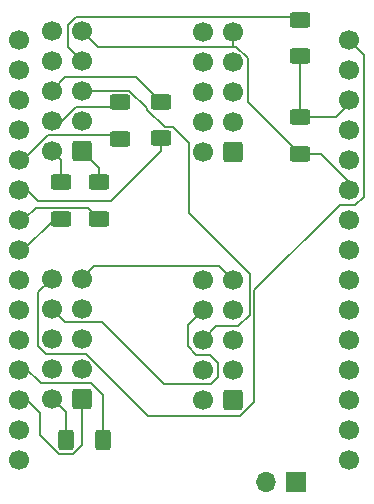
<source format=gbr>
%TF.GenerationSoftware,KiCad,Pcbnew,8.0.5*%
%TF.CreationDate,2024-09-24T01:03:50+02:00*%
%TF.ProjectId,RRF_MOT_EXP_ADAPTER,5252465f-4d4f-4545-9f45-58505f414441,rev?*%
%TF.SameCoordinates,Original*%
%TF.FileFunction,Copper,L1,Top*%
%TF.FilePolarity,Positive*%
%FSLAX46Y46*%
G04 Gerber Fmt 4.6, Leading zero omitted, Abs format (unit mm)*
G04 Created by KiCad (PCBNEW 8.0.5) date 2024-09-24 01:03:50*
%MOMM*%
%LPD*%
G01*
G04 APERTURE LIST*
G04 Aperture macros list*
%AMRoundRect*
0 Rectangle with rounded corners*
0 $1 Rounding radius*
0 $2 $3 $4 $5 $6 $7 $8 $9 X,Y pos of 4 corners*
0 Add a 4 corners polygon primitive as box body*
4,1,4,$2,$3,$4,$5,$6,$7,$8,$9,$2,$3,0*
0 Add four circle primitives for the rounded corners*
1,1,$1+$1,$2,$3*
1,1,$1+$1,$4,$5*
1,1,$1+$1,$6,$7*
1,1,$1+$1,$8,$9*
0 Add four rect primitives between the rounded corners*
20,1,$1+$1,$2,$3,$4,$5,0*
20,1,$1+$1,$4,$5,$6,$7,0*
20,1,$1+$1,$6,$7,$8,$9,0*
20,1,$1+$1,$8,$9,$2,$3,0*%
G04 Aperture macros list end*
%TA.AperFunction,ComponentPad*%
%ADD10R,1.700000X1.700000*%
%TD*%
%TA.AperFunction,ComponentPad*%
%ADD11O,1.700000X1.700000*%
%TD*%
%TA.AperFunction,SMDPad,CuDef*%
%ADD12RoundRect,0.250000X-0.625000X0.400000X-0.625000X-0.400000X0.625000X-0.400000X0.625000X0.400000X0*%
%TD*%
%TA.AperFunction,SMDPad,CuDef*%
%ADD13RoundRect,0.250000X0.625000X-0.400000X0.625000X0.400000X-0.625000X0.400000X-0.625000X-0.400000X0*%
%TD*%
%TA.AperFunction,SMDPad,CuDef*%
%ADD14RoundRect,0.250000X-0.400000X-0.625000X0.400000X-0.625000X0.400000X0.625000X-0.400000X0.625000X0*%
%TD*%
%TA.AperFunction,ComponentPad*%
%ADD15C,1.700000*%
%TD*%
%TA.AperFunction,ComponentPad*%
%ADD16RoundRect,0.250000X-0.600000X-0.600000X0.600000X-0.600000X0.600000X0.600000X-0.600000X0.600000X0*%
%TD*%
%TA.AperFunction,Conductor*%
%ADD17C,0.200000*%
%TD*%
G04 APERTURE END LIST*
D10*
%TO.P,J1,1,Pin_1*%
%TO.N,/M1_DIAG*%
X134407529Y-79336527D03*
D11*
%TO.P,J1,2,Pin_2*%
%TO.N,/M2_DIAG*%
X131867529Y-79336527D03*
%TD*%
D12*
%TO.P,R7,1*%
%TO.N,/0.18*%
X123000000Y-47150000D03*
%TO.P,R7,2*%
%TO.N,Net-(U1-D7(GPIO13))*%
X123000000Y-50250000D03*
%TD*%
%TO.P,R3,1*%
%TO.N,/0.17*%
X117750000Y-53950000D03*
%TO.P,R3,2*%
%TO.N,Net-(U1-D6(GPIO12))*%
X117750000Y-57050000D03*
%TD*%
%TO.P,R1,1*%
%TO.N,Net-(U1-RST)*%
X134750000Y-48450000D03*
%TO.P,R1,2*%
%TO.N,/GND*%
X134750000Y-51550000D03*
%TD*%
%TO.P,R6,1*%
%TO.N,/0.16*%
X119500000Y-47200000D03*
%TO.P,R6,2*%
%TO.N,Net-(U1-D8(GPIO15))*%
X119500000Y-50300000D03*
%TD*%
D13*
%TO.P,R2,1*%
%TO.N,Net-(U1-RST)*%
X134750000Y-43300000D03*
%TO.P,R2,2*%
%TO.N,/1.31*%
X134750000Y-40200000D03*
%TD*%
D14*
%TO.P,R4,1*%
%TO.N,/0.28*%
X114950000Y-75750000D03*
%TO.P,R4,2*%
%TO.N,Net-(U1-D3(GPIO0))*%
X118050000Y-75750000D03*
%TD*%
D15*
%TO.P,U1,1,A0(ADC0)*%
%TO.N,unconnected-(U1-A0(ADC0)-Pad1)*%
X138906861Y-77460211D03*
%TO.P,U1,2,RSV*%
%TO.N,unconnected-(U1-RSV-Pad2)*%
X138906861Y-74920211D03*
%TO.P,U1,3,RSV*%
%TO.N,unconnected-(U1-RSV-Pad3)*%
X138906861Y-72380211D03*
%TO.P,U1,4,SD3(GPIO10)*%
%TO.N,unconnected-(U1-SD3(GPIO10)-Pad4)*%
X138906861Y-69840211D03*
%TO.P,U1,5,SD2(GPIO9)*%
%TO.N,unconnected-(U1-SD2(GPIO9)-Pad5)*%
X138906861Y-67300211D03*
%TO.P,U1,6,SD1(MOSI)*%
%TO.N,unconnected-(U1-SD1(MOSI)-Pad6)*%
X138906861Y-64760211D03*
%TO.P,U1,7,CMD(CS)*%
%TO.N,unconnected-(U1-CMD(CS)-Pad7)*%
X138906861Y-62220211D03*
%TO.P,U1,8,SDO(MISO)*%
%TO.N,unconnected-(U1-SDO(MISO)-Pad8)*%
X138906861Y-59680211D03*
%TO.P,U1,9,CLK(SCLK)*%
%TO.N,unconnected-(U1-CLK(SCLK)-Pad9)*%
X138906861Y-57140211D03*
%TO.P,U1,10,GND*%
%TO.N,/GND*%
X138906861Y-54600211D03*
%TO.P,U1,11,3.3V*%
%TO.N,unconnected-(U1-3.3V-Pad11)*%
X138906861Y-52060211D03*
%TO.P,U1,12,EN*%
%TO.N,unconnected-(U1-EN-Pad12)*%
X138906861Y-49520211D03*
%TO.P,U1,13,RST*%
%TO.N,Net-(U1-RST)*%
X138906861Y-46980211D03*
%TO.P,U1,14,GND*%
%TO.N,unconnected-(U1-GND-Pad14)*%
X138906861Y-44440211D03*
%TO.P,U1,15,VIN*%
%TO.N,/+5V*%
X138906861Y-41900211D03*
%TO.P,U1,16,3.3V*%
%TO.N,unconnected-(U1-3.3V-Pad16)*%
X110966861Y-41900211D03*
%TO.P,U1,17,GND*%
%TO.N,unconnected-(U1-GND-Pad17)*%
X110966861Y-44440211D03*
%TO.P,U1,18,TX(GPIO1)*%
%TO.N,unconnected-(U1-TX(GPIO1)-Pad18)*%
X110966861Y-46980211D03*
%TO.P,U1,19,RX(DPIO3)*%
%TO.N,unconnected-(U1-RX(DPIO3)-Pad19)*%
X110966861Y-49520211D03*
%TO.P,U1,20,D8(GPIO15)*%
%TO.N,Net-(U1-D8(GPIO15))*%
X110966861Y-52060211D03*
%TO.P,U1,21,D7(GPIO13)*%
%TO.N,Net-(U1-D7(GPIO13))*%
X110966861Y-54600211D03*
%TO.P,U1,22,D6(GPIO12)*%
%TO.N,Net-(U1-D6(GPIO12))*%
X110966861Y-57140211D03*
%TO.P,U1,23,D5(GPIO14)*%
%TO.N,Net-(U1-D5(GPIO14))*%
X110966861Y-59680211D03*
%TO.P,U1,24,GND*%
%TO.N,unconnected-(U1-GND-Pad24)*%
X110966861Y-62220211D03*
%TO.P,U1,25,3.3V*%
%TO.N,unconnected-(U1-3.3V-Pad25)*%
X110966861Y-64760211D03*
%TO.P,U1,26,D4(GPIO2)*%
%TO.N,unconnected-(U1-D4(GPIO2)-Pad26)*%
X110966861Y-67300211D03*
%TO.P,U1,27,D3(GPIO0)*%
%TO.N,Net-(U1-D3(GPIO0))*%
X110966861Y-69840211D03*
%TO.P,U1,28,D2(GPIO4)*%
%TO.N,/1.30*%
X110966861Y-72380211D03*
%TO.P,U1,29,D1(GPIO5)*%
%TO.N,unconnected-(U1-D1(GPIO5)-Pad29)*%
X110966861Y-74920211D03*
%TO.P,U1,30,D0(GPIO16)*%
%TO.N,unconnected-(U1-D0(GPIO16)-Pad30)*%
X110966861Y-77460211D03*
%TD*%
D12*
%TO.P,R5,1*%
%TO.N,/0.15*%
X114500000Y-53950000D03*
%TO.P,R5,2*%
%TO.N,Net-(U1-D5(GPIO14))*%
X114500000Y-57050000D03*
%TD*%
D16*
%TO.P,MOT1,1,Pin_1*%
%TO.N,/M3_DIAG*%
X129071122Y-72374585D03*
D15*
%TO.P,MOT1,2,Pin_2*%
%TO.N,/M3_RX*%
X126531122Y-72374585D03*
%TO.P,MOT1,3,Pin_3*%
%TO.N,/M2_DIAG*%
X129071122Y-69834585D03*
%TO.P,MOT1,4,Pin_4*%
%TO.N,/3.26 M2_UART*%
X126531122Y-69834585D03*
%TO.P,MOT1,5,Pin_5*%
%TO.N,/M1_DIAG*%
X129071122Y-67294585D03*
%TO.P,MOT1,6,Pin_6*%
%TO.N,/3.25 M1_UART*%
X126531122Y-67294585D03*
%TO.P,MOT1,7,Pin_7*%
%TO.N,/M3_EN*%
X129071122Y-64754585D03*
%TO.P,MOT1,8,Pin_8*%
%TO.N,/1.23 M2_EN*%
X126531122Y-64754585D03*
%TO.P,MOT1,9,Pin_9*%
%TO.N,/GND*%
X129071122Y-62214585D03*
%TO.P,MOT1,10,Pin_10*%
%TO.N,unconnected-(MOT1-Pin_10-Pad10)*%
X126531122Y-62214585D03*
%TD*%
D16*
%TO.P,MOT2,1,Pin_1*%
%TO.N,/M3_STEP*%
X129049618Y-51409734D03*
D15*
%TO.P,MOT2,2,Pin_2*%
%TO.N,/M3_DIR*%
X126509618Y-51409734D03*
%TO.P,MOT2,3,Pin_3*%
%TO.N,/1.20 M2_STP*%
X129049618Y-48869734D03*
%TO.P,MOT2,4,Pin_4*%
%TO.N,/1.22 M2_DIR*%
X126509618Y-48869734D03*
%TO.P,MOT2,5,Pin_5*%
%TO.N,/1.19 M1_DIR*%
X129049618Y-46329734D03*
%TO.P,MOT2,6,Pin_6*%
%TO.N,/1.21 M1_STEP*%
X126509618Y-46329734D03*
%TO.P,MOT2,7,Pin_7*%
%TO.N,/1.18 M1_EN*%
X129049618Y-43789734D03*
%TO.P,MOT2,8,Pin_8*%
%TO.N,unconnected-(MOT2-Pin_8-Pad8)*%
X126509618Y-43789734D03*
%TO.P,MOT2,9,Pin_9*%
%TO.N,/GND*%
X129049618Y-41249734D03*
%TO.P,MOT2,10,Pin_10*%
%TO.N,unconnected-(MOT2-Pin_10-Pad10)*%
X126509618Y-41249734D03*
%TD*%
D16*
%TO.P,EXP2,1,Pin_1*%
%TO.N,/0.17*%
X116263646Y-51290940D03*
D15*
%TO.P,EXP2,2,Pin_2*%
%TO.N,/0.15*%
X113723646Y-51290940D03*
%TO.P,EXP2,3,Pin_3*%
%TO.N,/3.26 M2_UART*%
X116263646Y-48750940D03*
%TO.P,EXP2,4,Pin_4*%
%TO.N,/0.16*%
X113723646Y-48750940D03*
%TO.P,EXP2,5,Pin_5*%
%TO.N,/3.25 M1_UART*%
X116263646Y-46210940D03*
%TO.P,EXP2,6,Pin_6*%
%TO.N,/0.18*%
X113723646Y-46210940D03*
%TO.P,EXP2,7,Pin_7*%
%TO.N,/1.31*%
X116263646Y-43670940D03*
%TO.P,EXP2,8,Pin_8*%
%TO.N,/RESET*%
X113723646Y-43670940D03*
%TO.P,EXP2,9,Pin_9*%
%TO.N,/GND*%
X116263646Y-41130940D03*
%TO.P,EXP2,10,Pin_10*%
%TO.N,/NC*%
X113723646Y-41130940D03*
%TD*%
D16*
%TO.P,EXP1,1,Pin_1*%
%TO.N,/1.30*%
X116266006Y-72281948D03*
D15*
%TO.P,EXP1,2,Pin_2*%
%TO.N,/0.28*%
X113726006Y-72281948D03*
%TO.P,EXP1,3,Pin_3*%
%TO.N,/1.18 M1_EN*%
X116266006Y-69741948D03*
%TO.P,EXP1,4,Pin_4*%
%TO.N,/1.19 M1_DIR*%
X113726006Y-69741948D03*
%TO.P,EXP1,5,Pin_5*%
%TO.N,/1.20 M2_STP*%
X116266006Y-67201948D03*
%TO.P,EXP1,6,Pin_6*%
%TO.N,/1.21 M1_STEP*%
X113726006Y-67201948D03*
%TO.P,EXP1,7,Pin_7*%
%TO.N,/1.22 M2_DIR*%
X116266006Y-64661948D03*
%TO.P,EXP1,8,Pin_8*%
%TO.N,/1.23 M2_EN*%
X113726006Y-64661948D03*
%TO.P,EXP1,9,Pin_9*%
%TO.N,/GND*%
X116266006Y-62121948D03*
%TO.P,EXP1,10,Pin_10*%
%TO.N,/+5V*%
X113726006Y-62121948D03*
%TD*%
D17*
%TO.N,/0.28*%
X114950000Y-73384872D02*
X114950000Y-75750000D01*
X113725128Y-72160000D02*
X114950000Y-73384872D01*
%TO.N,/1.30*%
X112750000Y-75359744D02*
X112750000Y-73490000D01*
X116265128Y-72160000D02*
X116265128Y-76244616D01*
X114390256Y-77000000D02*
X112750000Y-75359744D01*
X116265128Y-76244616D02*
X115509744Y-77000000D01*
X115509744Y-77000000D02*
X114390256Y-77000000D01*
X112750000Y-73490000D02*
X111500000Y-72240000D01*
%TO.N,/+5V*%
X121900404Y-73750000D02*
X116650404Y-68500000D01*
X140150000Y-43180000D02*
X140150000Y-55184138D01*
X140150000Y-55184138D02*
X139451071Y-55883067D01*
X130900000Y-63100000D02*
X130900000Y-72530451D01*
X139451071Y-55883067D02*
X138116933Y-55883067D01*
X112576006Y-67826006D02*
X112576006Y-63271948D01*
X112576006Y-63271948D02*
X113726006Y-62121948D01*
X138116933Y-55883067D02*
X130900000Y-63100000D01*
X116650404Y-68500000D02*
X113250000Y-68500000D01*
X113250000Y-68500000D02*
X112576006Y-67826006D01*
X129680451Y-73750000D02*
X121900404Y-73750000D01*
X130900000Y-72530451D02*
X129680451Y-73750000D01*
X138970000Y-42000000D02*
X140150000Y-43180000D01*
%TO.N,/GND*%
X134750000Y-51550000D02*
X130368572Y-47168572D01*
X130368572Y-43482342D02*
X129386230Y-42500000D01*
X129049618Y-41249734D02*
X129049618Y-42450382D01*
X117323369Y-61064585D02*
X127921122Y-61064585D01*
X136530000Y-51550000D02*
X139440000Y-54460000D01*
X117632706Y-42500000D02*
X116263646Y-41130940D01*
X130368572Y-47168572D02*
X130368572Y-43482342D01*
X129049618Y-42450382D02*
X129000000Y-42500000D01*
X129000000Y-42500000D02*
X117632706Y-42500000D01*
X129386230Y-42500000D02*
X129000000Y-42500000D01*
X116266006Y-62121948D02*
X117323369Y-61064585D01*
X127921122Y-61064585D02*
X129071122Y-62214585D01*
X134750000Y-51550000D02*
X136530000Y-51550000D01*
%TO.N,/1.31*%
X134750000Y-40200000D02*
X134508828Y-39958828D01*
X116263646Y-43670940D02*
X115113646Y-42520940D01*
X134508828Y-39958828D02*
X115809412Y-39958828D01*
X115113646Y-42520940D02*
X115113646Y-40654594D01*
X115113646Y-40654594D02*
X115809412Y-39958828D01*
%TO.N,/0.17*%
X117750000Y-53950000D02*
X117750000Y-52777294D01*
X117750000Y-52777294D02*
X116263646Y-51290940D01*
%TO.N,/0.15*%
X114500000Y-52067294D02*
X113723646Y-51290940D01*
X114500000Y-53950000D02*
X114500000Y-52067294D01*
%TO.N,/0.16*%
X113723646Y-48750940D02*
X114637300Y-48750940D01*
X114637300Y-48750940D02*
X115787300Y-47600940D01*
X119500000Y-47200000D02*
X119099060Y-47600940D01*
X119099060Y-47600940D02*
X115787300Y-47600940D01*
%TO.N,/0.18*%
X113723646Y-46210940D02*
X114873646Y-45060940D01*
X120910940Y-45060940D02*
X123000000Y-47150000D01*
X114873646Y-45060940D02*
X120910940Y-45060940D01*
%TO.N,Net-(U1-RST)*%
X134750000Y-48450000D02*
X137830000Y-48450000D01*
X137830000Y-48450000D02*
X139440000Y-46840000D01*
X134750000Y-48450000D02*
X134750000Y-43300000D01*
%TO.N,Net-(U1-D6(GPIO12))*%
X111500000Y-57000000D02*
X112400000Y-56100000D01*
X112400000Y-56100000D02*
X116800000Y-56100000D01*
X116800000Y-56100000D02*
X117750000Y-57050000D01*
%TO.N,Net-(U1-D3(GPIO0))*%
X118050000Y-71960128D02*
X118050000Y-75750000D01*
X117089872Y-71000000D02*
X118050000Y-71960128D01*
X111500000Y-69700000D02*
X112800000Y-71000000D01*
X112800000Y-71000000D02*
X117089872Y-71000000D01*
%TO.N,Net-(U1-D5(GPIO14))*%
X113750000Y-57290000D02*
X111500000Y-59540000D01*
%TO.N,Net-(U1-D8(GPIO15))*%
X111500000Y-51888240D02*
X113388240Y-50000000D01*
X111500000Y-51920000D02*
X111500000Y-51888240D01*
X119200000Y-50000000D02*
X113388240Y-50000000D01*
X119500000Y-50300000D02*
X119200000Y-50000000D01*
%TO.N,Net-(U1-D7(GPIO13))*%
X111500000Y-54460000D02*
X112590000Y-55550000D01*
X112590000Y-55550000D02*
X118750000Y-55550000D01*
X118750000Y-55550000D02*
X123000000Y-51300000D01*
X123000000Y-51300000D02*
X123000000Y-50250000D01*
%TO.N,/1.23 M2_EN*%
X127832528Y-69269645D02*
X127116604Y-68553721D01*
X123235033Y-71050719D02*
X127199281Y-71050719D01*
X127199281Y-71050719D02*
X127832528Y-70417472D01*
X127116604Y-68553721D02*
X125983788Y-68553721D01*
X127832528Y-70417472D02*
X127832528Y-69269645D01*
X125263501Y-67833434D02*
X125263501Y-66022206D01*
X126459093Y-64682556D02*
X126531122Y-64754585D01*
X117996262Y-65811948D02*
X123235033Y-71050719D01*
X125263501Y-66022206D02*
X126531122Y-64754585D01*
X113726006Y-64661948D02*
X114876006Y-65811948D01*
X125983788Y-68553721D02*
X125263501Y-67833434D01*
X114876006Y-65811948D02*
X117996262Y-65811948D01*
%TO.N,/3.25 M1_UART*%
X123300000Y-49300000D02*
X124050000Y-49300000D01*
X125357113Y-56607113D02*
X130500000Y-61750000D01*
X127681122Y-66144585D02*
X126531122Y-67294585D01*
X130500000Y-61750000D02*
X130500000Y-65192053D01*
X120320684Y-46210940D02*
X121825000Y-47715256D01*
X129547468Y-66144585D02*
X127681122Y-66144585D01*
X125357113Y-50607113D02*
X125357113Y-56607113D01*
X121825000Y-47825000D02*
X123300000Y-49300000D01*
X121825000Y-47715256D02*
X121825000Y-47825000D01*
X130500000Y-65192053D02*
X129547468Y-66144585D01*
X124050000Y-49300000D02*
X125357113Y-50607113D01*
X116263646Y-46210940D02*
X120320684Y-46210940D01*
%TD*%
M02*

</source>
